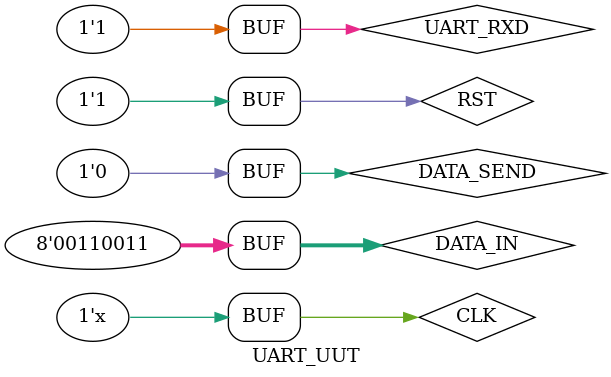
<source format=v>
`timescale 1ns / 1ps

module UART_UUT();

parameter CLK_FREQ=3684e3;
parameter BAUD_RATE=115200;
parameter PARITY_BIT=0;
reg CLK,RST,UART_RXD,DATA_SEND; 
reg [7:0]DATA_IN;

wire UART_TXD,BUSY,DATA_VLD,FRAME_ERROR;
wire [7:0]DATA_OUT;

UART uut(.CLK(CLK),.RST(RST),.UART_RXD(UART_RXD),.DATA_SEND(DATA_SEND),.DATA_IN(DATA_IN),.UART_TXD(UART_TXD),.DATA_VLD(DATA_VLD),.FRAME_ERROR(FRAME_ERROR),.BUSY(BUSY),.DATA_OUT(DATA_OUT));
defparam uut.PARITY_BIT = PARITY_BIT;
defparam uut.CLK_FREQ = CLK_FREQ;
defparam uut.BAUD_RATE = BAUD_RATE;
initial begin
    {CLK,RST,UART_RXD,DATA_SEND} = 0;
    DATA_IN=8'b00110011;
end

always
#0.5 CLK=~CLK;

initial
begin   
    DATA_SEND=1;
    #320 DATA_SEND=0;
end

initial begin  
    #320  
    #32 UART_RXD = 0;
    #32 UART_RXD = 0;
    #32 UART_RXD = 1;
    #32 UART_RXD = 1;
    #32 UART_RXD = 1;
    #32 UART_RXD = 0;
    #32 UART_RXD = 0;
    #32 UART_RXD = 1;
    #32 UART_RXD = 1;
    #32 RST=1;
end

endmodule

</source>
